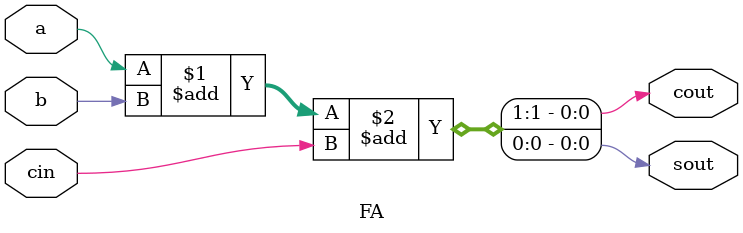
<source format=v>
`timescale 1ns / 1ps

module FA(sout,cout,a,b,cin);
  output sout,cout;
  input a,b,cin;
  assign {cout, sout}= a+b+cin;
//  assign sout=(a^b^cin);
//  assign cout=((a&b)|(a&cin)|(b&cin));
endmodule

</source>
